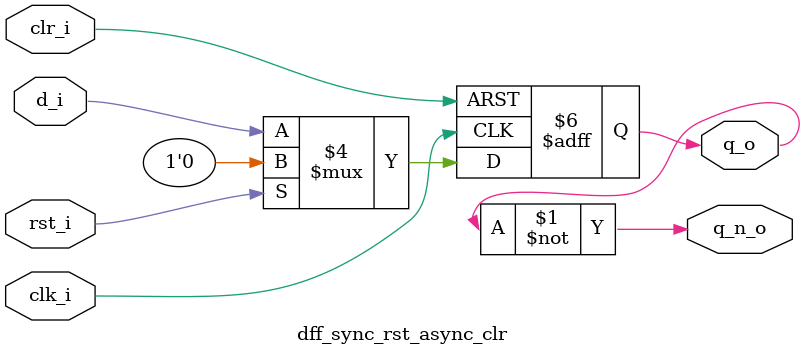
<source format=v>

module dff_sync_rst_async_clr(
  input      clk_i , // Input Clock
  input      rst_i , // Synchronous Reset
  input      clr_i , // Input Clear
  input      d_i   , // Input D
  output reg q_o   , // Output Q
  output     q_n_o   // Output ~Q
);
  
  // Combinational Logic
  assign q_n_o = ~q_o;
  
  // Sequential Logic
  always@(posedge clk_i, posedge clr_i)begin
    if(clr_i)begin
	// Asynchronous Clear
	  q_o <= 1'b0;
	end else begin
	  if(rst_i)begin
	  // Synchronous Reset
	    q_o <= 1'b0;
	  end else begin
	    q_o <= d_i;
	  end
	end
  end
  
endmodule
</source>
